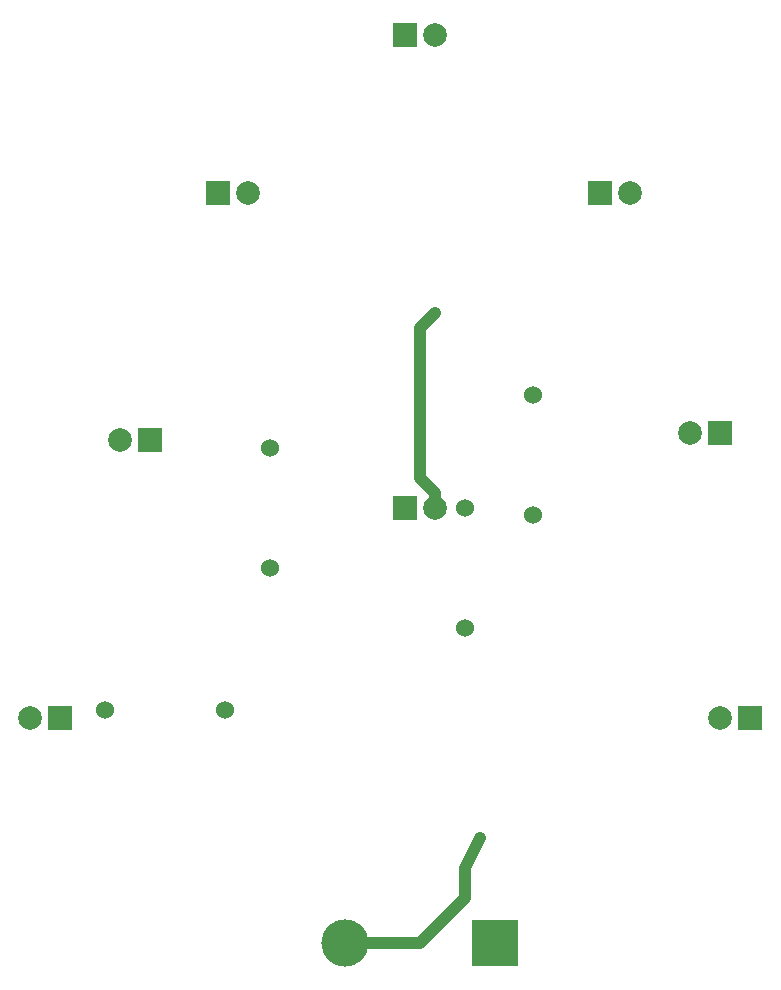
<source format=gtl>
G04 #@! TF.FileFunction,Copper,L1,Top,Signal*
%FSLAX46Y46*%
G04 Gerber Fmt 4.6, Leading zero omitted, Abs format (unit mm)*
G04 Created by KiCad (PCBNEW 4.0.1-stable) date 28/05/2016 22:33:24*
%MOMM*%
G01*
G04 APERTURE LIST*
%ADD10C,0.100000*%
%ADD11R,2.000000X2.000000*%
%ADD12C,2.000000*%
%ADD13C,1.524000*%
%ADD14R,4.000500X4.000500*%
%ADD15C,4.000500*%
%ADD16C,0.600000*%
%ADD17C,1.000000*%
G04 APERTURE END LIST*
D10*
D11*
X105410000Y-41275000D03*
D12*
X107950000Y-41275000D03*
D11*
X89535000Y-54610000D03*
D12*
X92075000Y-54610000D03*
D11*
X121920000Y-54610000D03*
D12*
X124460000Y-54610000D03*
D11*
X105410000Y-81280000D03*
D12*
X107950000Y-81280000D03*
D11*
X83820000Y-75565000D03*
D12*
X81280000Y-75565000D03*
D11*
X132080000Y-74930000D03*
D12*
X129540000Y-74930000D03*
D11*
X76200000Y-99060000D03*
D12*
X73660000Y-99060000D03*
D11*
X134620000Y-99060000D03*
D12*
X132080000Y-99060000D03*
D13*
X116205000Y-71755000D03*
X116205000Y-81915000D03*
X110490000Y-91440000D03*
X110490000Y-81280000D03*
X93980000Y-86360000D03*
X93980000Y-76200000D03*
X90170000Y-98425000D03*
X80010000Y-98425000D03*
D14*
X113030000Y-118110000D03*
D15*
X100330000Y-118110000D03*
D16*
X111760000Y-109220000D03*
X107950000Y-64770000D03*
D17*
X106680000Y-118110000D02*
X100330000Y-118110000D01*
X110490000Y-114300000D02*
X106680000Y-118110000D01*
X110490000Y-111760000D02*
X110490000Y-114300000D01*
X111760000Y-109220000D02*
X110490000Y-111760000D01*
X106680000Y-66040000D02*
X106680000Y-78740000D01*
X107950000Y-64770000D02*
X106680000Y-66040000D01*
X107950000Y-80010000D02*
X107950000Y-81280000D01*
X106680000Y-78740000D02*
X107950000Y-80010000D01*
M02*

</source>
